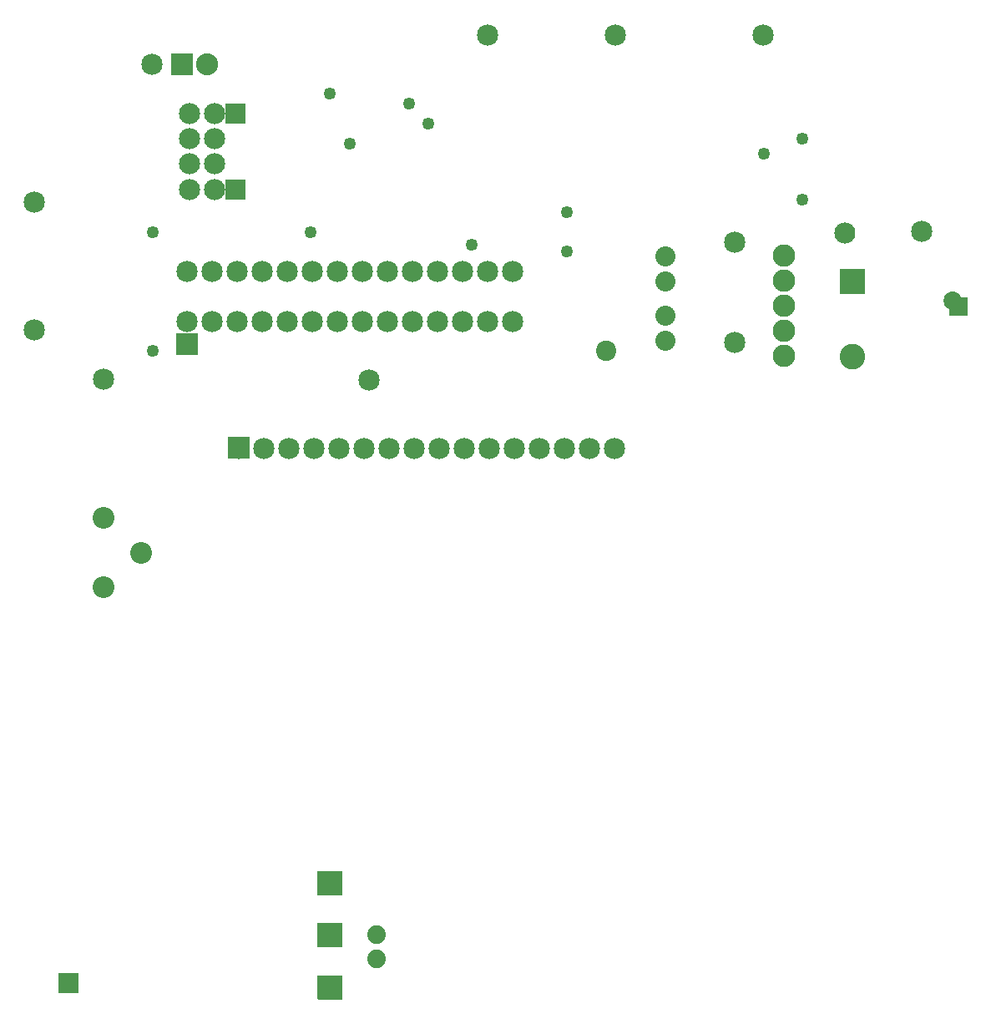
<source format=gts>
G04 MADE WITH FRITZING*
G04 WWW.FRITZING.ORG*
G04 DOUBLE SIDED*
G04 HOLES PLATED*
G04 CONTOUR ON CENTER OF CONTOUR VECTOR*
%ASAXBY*%
%FSLAX23Y23*%
%MOIN*%
%OFA0B0*%
%SFA1.0B1.0*%
%ADD10C,0.102000*%
%ADD11C,0.049370*%
%ADD12C,0.086772*%
%ADD13C,0.085000*%
%ADD14C,0.080000*%
%ADD15C,0.080925*%
%ADD16C,0.080866*%
%ADD17C,0.089370*%
%ADD18C,0.074187*%
%ADD19C,0.088000*%
%ADD20C,0.084472*%
%ADD21C,0.084000*%
%ADD22C,0.072992*%
%ADD23R,0.102000X0.102000*%
%ADD24R,0.085000X0.085000*%
%ADD25R,0.088000X0.088000*%
%ADD26R,0.084108X0.084472*%
%ADD27R,0.072992X0.072992*%
%ADD28R,0.001000X0.001000*%
%LNMASK1*%
G90*
G70*
G54D10*
X3406Y3147D03*
X3406Y2847D03*
G54D11*
X1635Y3855D03*
X1241Y3343D03*
X1399Y3698D03*
X2265Y3265D03*
X2265Y3422D03*
X1884Y3294D03*
X1320Y3895D03*
X611Y2871D03*
X1713Y3777D03*
X3052Y3658D03*
X3204Y3717D03*
X3205Y3472D03*
X611Y3343D03*
G54D12*
X414Y1926D03*
X414Y2202D03*
X564Y2064D03*
G54D13*
X1475Y2753D03*
X1475Y2753D03*
G54D14*
X2658Y2910D03*
X2658Y3010D03*
G54D13*
X2937Y3304D03*
X2937Y2904D03*
G54D14*
X2658Y3147D03*
X2658Y3247D03*
G54D13*
X750Y2986D03*
X750Y3186D03*
X850Y2986D03*
X850Y3186D03*
X950Y2986D03*
X950Y3186D03*
X1050Y2986D03*
X1050Y3186D03*
X1150Y2986D03*
X1150Y3186D03*
X1250Y2986D03*
X1250Y3186D03*
X1350Y2986D03*
X1350Y3186D03*
X1450Y2986D03*
X1450Y3186D03*
X1550Y2986D03*
X1550Y3186D03*
X1650Y2986D03*
X1650Y3186D03*
X1750Y2986D03*
X1750Y3186D03*
X1850Y2986D03*
X1850Y3186D03*
X1950Y2986D03*
X1950Y3186D03*
X2050Y2986D03*
X2050Y3186D03*
G54D15*
X2422Y2869D03*
G54D16*
X2422Y2869D03*
G54D17*
X3131Y3250D03*
X3131Y3150D03*
X3131Y3050D03*
X3131Y2950D03*
X3131Y2850D03*
G54D13*
X414Y2755D03*
X414Y2755D03*
G54D18*
X1504Y444D03*
X1504Y539D03*
G54D19*
X729Y4013D03*
X829Y4013D03*
G54D20*
X860Y3816D03*
X760Y3816D03*
X860Y3716D03*
X760Y3716D03*
X860Y3615D03*
X760Y3615D03*
X860Y3514D03*
X760Y3514D03*
X860Y3816D03*
X760Y3816D03*
X860Y3716D03*
X760Y3716D03*
X860Y3615D03*
X760Y3615D03*
X860Y3514D03*
X760Y3514D03*
G54D21*
X3374Y3341D03*
X3374Y3341D03*
X3374Y3341D03*
X3374Y3341D03*
G54D13*
X2460Y4131D03*
X2460Y4131D03*
X1948Y4131D03*
X1948Y4131D03*
X3050Y4131D03*
X3050Y4131D03*
X139Y2952D03*
X139Y2952D03*
X139Y3463D03*
X139Y3463D03*
X609Y4013D03*
X609Y4013D03*
X955Y2481D03*
X1055Y2481D03*
X1155Y2481D03*
X1255Y2481D03*
X1355Y2481D03*
X1455Y2481D03*
X1555Y2481D03*
X1655Y2481D03*
X1755Y2481D03*
X1855Y2481D03*
X1955Y2481D03*
X2055Y2481D03*
X2155Y2481D03*
X2255Y2481D03*
X2355Y2481D03*
X2455Y2481D03*
G54D22*
X3804Y3070D03*
X3804Y3070D03*
G54D13*
X3682Y3345D03*
X3682Y3345D03*
G54D23*
X3406Y3147D03*
G54D24*
X750Y2898D03*
G54D25*
X729Y4013D03*
G54D26*
X943Y3816D03*
X943Y3816D03*
X943Y3514D03*
G54D24*
X955Y2482D03*
G54D27*
X3828Y3046D03*
G54D28*
X1271Y793D02*
X1367Y793D01*
X1271Y792D02*
X1367Y792D01*
X1271Y791D02*
X1367Y791D01*
X1271Y790D02*
X1367Y790D01*
X1271Y789D02*
X1367Y789D01*
X1271Y788D02*
X1367Y788D01*
X1271Y787D02*
X1367Y787D01*
X1271Y786D02*
X1367Y786D01*
X1271Y785D02*
X1367Y785D01*
X1271Y784D02*
X1367Y784D01*
X1271Y783D02*
X1367Y783D01*
X1271Y782D02*
X1367Y782D01*
X1271Y781D02*
X1367Y781D01*
X1271Y780D02*
X1367Y780D01*
X1271Y779D02*
X1367Y779D01*
X1271Y778D02*
X1367Y778D01*
X1271Y777D02*
X1367Y777D01*
X1271Y776D02*
X1367Y776D01*
X1271Y775D02*
X1367Y775D01*
X1271Y774D02*
X1367Y774D01*
X1271Y773D02*
X1367Y773D01*
X1271Y772D02*
X1367Y772D01*
X1271Y771D02*
X1367Y771D01*
X1271Y770D02*
X1367Y770D01*
X1271Y769D02*
X1367Y769D01*
X1271Y768D02*
X1367Y768D01*
X1271Y767D02*
X1367Y767D01*
X1271Y766D02*
X1367Y766D01*
X1271Y765D02*
X1367Y765D01*
X1271Y764D02*
X1367Y764D01*
X1271Y763D02*
X1367Y763D01*
X1271Y762D02*
X1367Y762D01*
X1271Y761D02*
X1367Y761D01*
X1271Y760D02*
X1367Y760D01*
X1271Y759D02*
X1367Y759D01*
X1271Y758D02*
X1367Y758D01*
X1271Y757D02*
X1367Y757D01*
X1271Y756D02*
X1367Y756D01*
X1271Y755D02*
X1367Y755D01*
X1271Y754D02*
X1367Y754D01*
X1271Y753D02*
X1367Y753D01*
X1271Y752D02*
X1367Y752D01*
X1271Y751D02*
X1367Y751D01*
X1271Y750D02*
X1367Y750D01*
X1271Y749D02*
X1367Y749D01*
X1271Y748D02*
X1367Y748D01*
X1271Y747D02*
X1367Y747D01*
X1271Y746D02*
X1367Y746D01*
X1271Y745D02*
X1367Y745D01*
X1271Y744D02*
X1367Y744D01*
X1271Y743D02*
X1367Y743D01*
X1271Y742D02*
X1367Y742D01*
X1271Y741D02*
X1367Y741D01*
X1271Y740D02*
X1367Y740D01*
X1271Y739D02*
X1367Y739D01*
X1271Y738D02*
X1367Y738D01*
X1271Y737D02*
X1367Y737D01*
X1271Y736D02*
X1367Y736D01*
X1271Y735D02*
X1367Y735D01*
X1271Y734D02*
X1367Y734D01*
X1271Y733D02*
X1367Y733D01*
X1271Y732D02*
X1367Y732D01*
X1271Y731D02*
X1367Y731D01*
X1271Y730D02*
X1367Y730D01*
X1271Y729D02*
X1367Y729D01*
X1271Y728D02*
X1367Y728D01*
X1271Y727D02*
X1367Y727D01*
X1271Y726D02*
X1367Y726D01*
X1271Y725D02*
X1367Y725D01*
X1271Y724D02*
X1367Y724D01*
X1271Y723D02*
X1367Y723D01*
X1271Y722D02*
X1367Y722D01*
X1271Y721D02*
X1367Y721D01*
X1271Y720D02*
X1367Y720D01*
X1271Y719D02*
X1367Y719D01*
X1271Y718D02*
X1367Y718D01*
X1271Y717D02*
X1367Y717D01*
X1271Y716D02*
X1367Y716D01*
X1271Y715D02*
X1367Y715D01*
X1271Y714D02*
X1367Y714D01*
X1271Y713D02*
X1367Y713D01*
X1271Y712D02*
X1367Y712D01*
X1271Y711D02*
X1367Y711D01*
X1271Y710D02*
X1367Y710D01*
X1271Y709D02*
X1367Y709D01*
X1271Y708D02*
X1367Y708D01*
X1271Y707D02*
X1367Y707D01*
X1271Y706D02*
X1367Y706D01*
X1271Y705D02*
X1367Y705D01*
X1271Y704D02*
X1367Y704D01*
X1271Y703D02*
X1367Y703D01*
X1271Y702D02*
X1367Y702D01*
X1271Y701D02*
X1367Y701D01*
X1271Y700D02*
X1367Y700D01*
X1271Y699D02*
X1367Y699D01*
X1271Y698D02*
X1367Y698D01*
X1271Y585D02*
X1367Y585D01*
X1271Y584D02*
X1367Y584D01*
X1271Y583D02*
X1367Y583D01*
X1271Y582D02*
X1367Y582D01*
X1271Y581D02*
X1367Y581D01*
X1271Y580D02*
X1367Y580D01*
X1271Y579D02*
X1367Y579D01*
X1271Y578D02*
X1367Y578D01*
X1271Y577D02*
X1367Y577D01*
X1271Y576D02*
X1367Y576D01*
X1271Y575D02*
X1367Y575D01*
X1271Y574D02*
X1367Y574D01*
X1271Y573D02*
X1367Y573D01*
X1271Y572D02*
X1367Y572D01*
X1271Y571D02*
X1367Y571D01*
X1271Y570D02*
X1367Y570D01*
X1271Y569D02*
X1367Y569D01*
X1271Y568D02*
X1367Y568D01*
X1271Y567D02*
X1367Y567D01*
X1271Y566D02*
X1367Y566D01*
X1271Y565D02*
X1367Y565D01*
X1271Y564D02*
X1367Y564D01*
X1271Y563D02*
X1367Y563D01*
X1271Y562D02*
X1367Y562D01*
X1271Y561D02*
X1367Y561D01*
X1271Y560D02*
X1367Y560D01*
X1271Y559D02*
X1367Y559D01*
X1271Y558D02*
X1367Y558D01*
X1271Y557D02*
X1367Y557D01*
X1271Y556D02*
X1367Y556D01*
X1271Y555D02*
X1367Y555D01*
X1271Y554D02*
X1367Y554D01*
X1271Y553D02*
X1367Y553D01*
X1271Y552D02*
X1367Y552D01*
X1271Y551D02*
X1367Y551D01*
X1271Y550D02*
X1367Y550D01*
X1271Y549D02*
X1367Y549D01*
X1271Y548D02*
X1367Y548D01*
X1271Y547D02*
X1367Y547D01*
X1271Y546D02*
X1367Y546D01*
X1271Y545D02*
X1367Y545D01*
X1271Y544D02*
X1367Y544D01*
X1271Y543D02*
X1367Y543D01*
X1271Y542D02*
X1367Y542D01*
X1271Y541D02*
X1367Y541D01*
X1271Y540D02*
X1367Y540D01*
X1271Y539D02*
X1367Y539D01*
X1271Y538D02*
X1367Y538D01*
X1271Y537D02*
X1367Y537D01*
X1271Y536D02*
X1367Y536D01*
X1271Y535D02*
X1367Y535D01*
X1271Y534D02*
X1367Y534D01*
X1271Y533D02*
X1367Y533D01*
X1271Y532D02*
X1367Y532D01*
X1271Y531D02*
X1367Y531D01*
X1271Y530D02*
X1367Y530D01*
X1271Y529D02*
X1367Y529D01*
X1271Y528D02*
X1367Y528D01*
X1271Y527D02*
X1367Y527D01*
X1271Y526D02*
X1367Y526D01*
X1271Y525D02*
X1367Y525D01*
X1271Y524D02*
X1367Y524D01*
X1271Y523D02*
X1367Y523D01*
X1271Y522D02*
X1367Y522D01*
X1271Y521D02*
X1367Y521D01*
X1271Y520D02*
X1367Y520D01*
X1271Y519D02*
X1367Y519D01*
X1271Y518D02*
X1367Y518D01*
X1271Y517D02*
X1367Y517D01*
X1271Y516D02*
X1367Y516D01*
X1271Y515D02*
X1367Y515D01*
X1271Y514D02*
X1367Y514D01*
X1271Y513D02*
X1367Y513D01*
X1271Y512D02*
X1367Y512D01*
X1271Y511D02*
X1367Y511D01*
X1271Y510D02*
X1367Y510D01*
X1271Y509D02*
X1367Y509D01*
X1271Y508D02*
X1367Y508D01*
X1271Y507D02*
X1367Y507D01*
X1271Y506D02*
X1367Y506D01*
X1271Y505D02*
X1367Y505D01*
X1271Y504D02*
X1367Y504D01*
X1271Y503D02*
X1367Y503D01*
X1271Y502D02*
X1367Y502D01*
X1271Y501D02*
X1367Y501D01*
X1271Y500D02*
X1367Y500D01*
X1271Y499D02*
X1367Y499D01*
X1271Y498D02*
X1367Y498D01*
X1271Y497D02*
X1367Y497D01*
X1271Y496D02*
X1367Y496D01*
X1271Y495D02*
X1367Y495D01*
X1271Y494D02*
X1367Y494D01*
X1271Y493D02*
X1367Y493D01*
X1271Y492D02*
X1367Y492D01*
X1271Y491D02*
X1367Y491D01*
X1271Y490D02*
X1367Y490D01*
X235Y387D02*
X316Y387D01*
X235Y386D02*
X316Y386D01*
X235Y385D02*
X316Y385D01*
X235Y384D02*
X316Y384D01*
X235Y383D02*
X316Y383D01*
X235Y382D02*
X316Y382D01*
X235Y381D02*
X316Y381D01*
X235Y380D02*
X316Y380D01*
X235Y379D02*
X316Y379D01*
X235Y378D02*
X316Y378D01*
X235Y377D02*
X316Y377D01*
X1271Y377D02*
X1367Y377D01*
X235Y376D02*
X316Y376D01*
X1271Y376D02*
X1367Y376D01*
X235Y375D02*
X316Y375D01*
X1271Y375D02*
X1367Y375D01*
X235Y374D02*
X316Y374D01*
X1271Y374D02*
X1367Y374D01*
X235Y373D02*
X316Y373D01*
X1271Y373D02*
X1367Y373D01*
X235Y372D02*
X316Y372D01*
X1271Y372D02*
X1367Y372D01*
X235Y371D02*
X316Y371D01*
X1271Y371D02*
X1367Y371D01*
X235Y370D02*
X316Y370D01*
X1271Y370D02*
X1367Y370D01*
X235Y369D02*
X316Y369D01*
X1271Y369D02*
X1367Y369D01*
X235Y368D02*
X316Y368D01*
X1271Y368D02*
X1367Y368D01*
X235Y367D02*
X316Y367D01*
X1271Y367D02*
X1367Y367D01*
X235Y366D02*
X316Y366D01*
X1271Y366D02*
X1367Y366D01*
X235Y365D02*
X316Y365D01*
X1271Y365D02*
X1367Y365D01*
X235Y364D02*
X316Y364D01*
X1271Y364D02*
X1367Y364D01*
X235Y363D02*
X316Y363D01*
X1271Y363D02*
X1367Y363D01*
X235Y362D02*
X316Y362D01*
X1271Y362D02*
X1367Y362D01*
X235Y361D02*
X316Y361D01*
X1271Y361D02*
X1367Y361D01*
X235Y360D02*
X316Y360D01*
X1271Y360D02*
X1367Y360D01*
X235Y359D02*
X316Y359D01*
X1271Y359D02*
X1367Y359D01*
X235Y358D02*
X316Y358D01*
X1271Y358D02*
X1367Y358D01*
X235Y357D02*
X316Y357D01*
X1271Y357D02*
X1367Y357D01*
X235Y356D02*
X316Y356D01*
X1271Y356D02*
X1367Y356D01*
X235Y355D02*
X316Y355D01*
X1271Y355D02*
X1367Y355D01*
X235Y354D02*
X316Y354D01*
X1271Y354D02*
X1367Y354D01*
X235Y353D02*
X316Y353D01*
X1271Y353D02*
X1367Y353D01*
X235Y352D02*
X316Y352D01*
X1271Y352D02*
X1367Y352D01*
X235Y351D02*
X316Y351D01*
X1271Y351D02*
X1367Y351D01*
X235Y350D02*
X316Y350D01*
X1271Y350D02*
X1367Y350D01*
X235Y349D02*
X316Y349D01*
X1271Y349D02*
X1367Y349D01*
X235Y348D02*
X316Y348D01*
X1271Y348D02*
X1367Y348D01*
X235Y347D02*
X316Y347D01*
X1271Y347D02*
X1367Y347D01*
X235Y346D02*
X316Y346D01*
X1271Y346D02*
X1367Y346D01*
X235Y345D02*
X316Y345D01*
X1271Y345D02*
X1367Y345D01*
X235Y344D02*
X316Y344D01*
X1271Y344D02*
X1367Y344D01*
X235Y343D02*
X316Y343D01*
X1271Y343D02*
X1367Y343D01*
X235Y342D02*
X316Y342D01*
X1271Y342D02*
X1367Y342D01*
X235Y341D02*
X316Y341D01*
X1271Y341D02*
X1367Y341D01*
X235Y340D02*
X316Y340D01*
X1271Y340D02*
X1367Y340D01*
X235Y339D02*
X316Y339D01*
X1271Y339D02*
X1367Y339D01*
X235Y338D02*
X316Y338D01*
X1271Y338D02*
X1367Y338D01*
X235Y337D02*
X316Y337D01*
X1271Y337D02*
X1367Y337D01*
X235Y336D02*
X316Y336D01*
X1271Y336D02*
X1367Y336D01*
X235Y335D02*
X316Y335D01*
X1271Y335D02*
X1367Y335D01*
X235Y334D02*
X316Y334D01*
X1271Y334D02*
X1367Y334D01*
X235Y333D02*
X316Y333D01*
X1271Y333D02*
X1367Y333D01*
X235Y332D02*
X316Y332D01*
X1271Y332D02*
X1367Y332D01*
X235Y331D02*
X316Y331D01*
X1271Y331D02*
X1367Y331D01*
X235Y330D02*
X316Y330D01*
X1271Y330D02*
X1367Y330D01*
X235Y329D02*
X316Y329D01*
X1271Y329D02*
X1367Y329D01*
X235Y328D02*
X316Y328D01*
X1271Y328D02*
X1367Y328D01*
X235Y327D02*
X316Y327D01*
X1271Y327D02*
X1367Y327D01*
X235Y326D02*
X316Y326D01*
X1271Y326D02*
X1367Y326D01*
X235Y325D02*
X316Y325D01*
X1271Y325D02*
X1367Y325D01*
X235Y324D02*
X316Y324D01*
X1271Y324D02*
X1367Y324D01*
X235Y323D02*
X316Y323D01*
X1271Y323D02*
X1367Y323D01*
X235Y322D02*
X316Y322D01*
X1271Y322D02*
X1367Y322D01*
X235Y321D02*
X316Y321D01*
X1271Y321D02*
X1367Y321D01*
X235Y320D02*
X316Y320D01*
X1271Y320D02*
X1367Y320D01*
X235Y319D02*
X316Y319D01*
X1271Y319D02*
X1367Y319D01*
X235Y318D02*
X316Y318D01*
X1271Y318D02*
X1367Y318D01*
X235Y317D02*
X316Y317D01*
X1271Y317D02*
X1367Y317D01*
X235Y316D02*
X316Y316D01*
X1271Y316D02*
X1367Y316D01*
X235Y315D02*
X316Y315D01*
X1271Y315D02*
X1367Y315D01*
X235Y314D02*
X316Y314D01*
X1271Y314D02*
X1367Y314D01*
X235Y313D02*
X316Y313D01*
X1271Y313D02*
X1367Y313D01*
X235Y312D02*
X316Y312D01*
X1271Y312D02*
X1367Y312D01*
X235Y311D02*
X316Y311D01*
X1271Y311D02*
X1367Y311D01*
X235Y310D02*
X316Y310D01*
X1271Y310D02*
X1367Y310D01*
X235Y309D02*
X316Y309D01*
X1271Y309D02*
X1367Y309D01*
X235Y308D02*
X316Y308D01*
X1271Y308D02*
X1367Y308D01*
X235Y307D02*
X316Y307D01*
X1271Y307D02*
X1367Y307D01*
X235Y306D02*
X316Y306D01*
X1271Y306D02*
X1367Y306D01*
X1271Y305D02*
X1367Y305D01*
X1271Y304D02*
X1367Y304D01*
X1271Y303D02*
X1367Y303D01*
X1271Y302D02*
X1367Y302D01*
X1271Y301D02*
X1367Y301D01*
X1271Y300D02*
X1367Y300D01*
X1271Y299D02*
X1367Y299D01*
X1271Y298D02*
X1367Y298D01*
X1271Y297D02*
X1367Y297D01*
X1271Y296D02*
X1367Y296D01*
X1271Y295D02*
X1367Y295D01*
X1271Y294D02*
X1367Y294D01*
X1271Y293D02*
X1367Y293D01*
X1271Y292D02*
X1367Y292D01*
X1271Y291D02*
X1367Y291D01*
X1271Y290D02*
X1367Y290D01*
X1271Y289D02*
X1367Y289D01*
X1271Y288D02*
X1367Y288D01*
X1271Y287D02*
X1367Y287D01*
X1271Y286D02*
X1367Y286D01*
X1271Y285D02*
X1367Y285D01*
X1271Y284D02*
X1367Y284D01*
X1271Y283D02*
X1367Y283D01*
X1271Y282D02*
X1367Y282D01*
X1272Y281D02*
X1367Y281D01*
D02*
G04 End of Mask1*
M02*
</source>
